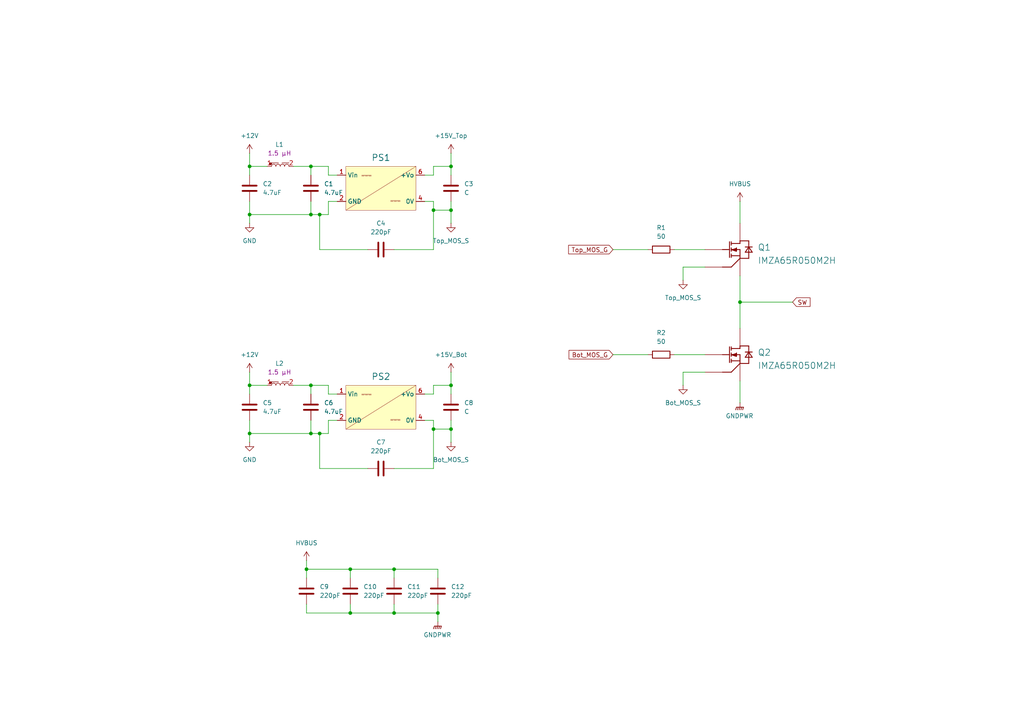
<source format=kicad_sch>
(kicad_sch (version 20250114) (generator "eeschema") (generator_version "9.0")
  (paper "A4")
  (lib_symbols
    (symbol "Device:C" (pin_numbers (hide yes)) (pin_names (offset 0.254))
      (property "Reference" "C" (at 0.635 2.54 0))
      (property "Value" "C" (at 0.635 -2.54 0))
      (symbol "C_0_1"
        (polyline (pts (xy -2.032 0.762) (xy 2.032 0.762)) (stroke (width 0.508)))
        (polyline (pts (xy -2.032 -0.762) (xy 2.032 -0.762)) (stroke (width 0.508)))
      )
      (symbol "C_1_1"
        (pin passive line (at 0 3.81 270) (length 2.794) (name "~") (number "1"))
        (pin passive line (at 0 -3.81 90) (length 2.794) (name "~") (number "2"))
      )
    )
    (symbol "Device:R" (pin_numbers (hide yes)) (pin_names (offset 0))
      (property "Reference" "R" (at 2.032 0 90))
      (property "Value" "R" (at 0 0 90))
      (symbol "R_0_1"
        (rectangle (start -1.016 -2.54) (end 1.016 2.54) (stroke (width 0.254)))
      )
      (symbol "R_1_1"
        (pin passive line (at 0 3.81 270) (length 1.27) (name "~") (number "1"))
        (pin passive line (at 0 -3.81 90) (length 1.27) (name "~") (number "2"))
      )
    )
    (symbol "Library-N2-MOSFETs:IMZA65R050M2H"
      (property "Reference" "Q?" (at 5.08 0 0))
      (property "Value" "IMZA65R050M2H" (at 5.588 -5.588 0))
      (symbol "IMZA65R050M2H_1_0"
        (polyline (pts (xy -5.08 0) (xy -3.048 0)) (stroke (width 0.254)))
        (polyline (pts (xy -3.048 2.286) (xy -3.048 -2.286)) (stroke (width 0.254)))
        (polyline (pts (xy -2.54 2.286) (xy -2.54 1.27)) (stroke (width 0.254)))
        (polyline (pts (xy -2.54 0) (xy -1.016 -0.508) (xy -1.016 0.508)) (stroke (width 0.254)) (fill (type outline)))
        (polyline (pts (xy -2.54 -0.508) (xy -2.54 0.508)) (stroke (width 0.254)))
        (polyline (pts (xy -2.54 -2.286) (xy -2.54 -1.27)) (stroke (width 0.254)))
        (polyline (pts (xy -2.54 -5.08) (xy -5.08 -5.08)) (stroke (width 0.254)))
        (polyline (pts (xy 0 2.54) (xy 2.54 2.54)) (stroke (width 0.254)))
        (polyline (pts (xy 0 1.778) (xy -2.54 1.778)) (stroke (width 0.254)))
        (polyline (pts (xy 0 1.778) (xy 0 2.54)) (stroke (width 0.254)))
        (polyline (pts (xy 0 0) (xy -2.54 0)) (stroke (width 0.254)))
        (polyline (pts (xy 0 0) (xy 0 -2.54)) (stroke (width 0.254)))
        (polyline (pts (xy 0 -1.778) (xy -2.54 -1.778)) (stroke (width 0.254)))
        (polyline (pts (xy 0 -2.54) (xy -2.54 -5.08)) (stroke (width 0.254)))
        (polyline (pts (xy 0 -2.54) (xy 2.54 -2.54)) (stroke (width 0.254)))
        (polyline (pts (xy 1.524 0.762) (xy 3.556 0.762)) (stroke (width 0.254)))
        (polyline (pts (xy 1.524 -0.762) (xy 3.556 -0.762)) (stroke (width 0.254)))
        (polyline (pts (xy 2.54 2.54) (xy 2.54 -2.54)) (stroke (width 0.254)))
        (polyline (pts (xy 2.54 0.762) (xy 1.524 -0.762)) (stroke (width 0.254)))
        (polyline (pts (xy 3.556 -0.762) (xy 2.54 0.762)) (stroke (width 0.254)))
        (pin passive line (at -10.16 0 0) (length 5.08) (name "GATE") (number "4"))
        (pin passive line (at -10.16 -5.08 0) (length 5.08) (name "SOURCE2") (number "3"))
        (pin passive line (at 0 7.62 270) (length 5.08) (name "DRAIN") (number "1"))
        (pin passive line (at 0 -7.62 90) (length 5.08) (name "SOURCE1") (number "2"))
      )
    )
    (symbol "Library-N3-DCDC-Converters:B1215LS-1WR3"
      (property "Reference" "PS?" (at -7.874 8.128 0))
      (symbol "B1215LS-1WR3_1_0"
        (rectangle (start -10.16 6.35) (end 10.16 -6.35) (stroke (width 0.0762) (color 128 0 0 1)) (fill (type background)))
        (polyline (pts (xy -5.588 3.81) (xy -2.794 3.81)) (stroke (width 0.0508)))
        (polyline (pts (xy -5.588 3.556) (xy -4.826 3.556)) (stroke (width 0.0508)))
        (polyline (pts (xy -4.572 3.556) (xy -3.81 3.556)) (stroke (width 0.0508)))
        (polyline (pts (xy -3.556 3.556) (xy -2.794 3.556)) (stroke (width 0.0508)))
        (polyline (pts (xy 2.794 -3.556) (xy 5.588 -3.556)) (stroke (width 0.0508)))
        (polyline (pts (xy 2.794 -3.81) (xy 3.556 -3.81)) (stroke (width 0.0508)))
        (polyline (pts (xy 3.81 -3.81) (xy 4.572 -3.81)) (stroke (width 0.0508)))
        (polyline (pts (xy 4.826 -3.81) (xy 5.588 -3.81)) (stroke (width 0.0508)))
        (polyline (pts (xy 10.16 6.35) (xy -10.16 -6.35)) (stroke (width 0.0508)))
        (pin power_in line (at -12.7 3.81 0) (length 2.54) (name "Vin") (number "1"))
        (pin power_out line (at -12.7 -3.81 0) (length 2.54) (name "GND") (number "2"))
        (pin power_out line (at 12.7 3.81 180) (length 2.54) (name "+Vo") (number "6"))
        (pin power_in line (at 12.7 -3.81 180) (length 2.54) (name "0V") (number "4"))
      )
    )
    (symbol "Library-N5-Passives:1030P_7447713015" (pin_names (hide yes))
      (property "Reference" "L?" (at 0 5.08 0))
      (property "Critical Parameter" "1.5 µH" (at 0 3.048 0))
      (symbol "1030P_7447713015_0_1"
        (polyline (pts (xy -2.54 1.016) (xy -0.508 1.016)))
        (arc (start -2.54 0) (mid -1.905 0.6323) (end -1.27 0))
        (arc (start -1.27 0) (mid -0.635 0.6323) (end 0 0))
        (arc (start 0 0) (mid 0.635 0.6323) (end 1.27 0))
        (arc (start 1.27 0) (mid 1.905 0.6323) (end 2.54 0))
      )
      (symbol "1030P_7447713015_1_1"
        (circle (center -2.794 0.762) (radius 0.0001) (stroke (width 0.381)))
        (polyline (pts (xy 2.54 1.016) (xy 0.508 1.016)))
        (pin passive line (at -3.81 0 0) (length 1.27) (name "1") (number "1"))
        (pin passive line (at 3.81 0 180) (length 1.27) (name "2") (number "2"))
      )
    )
    (symbol "power:+12V" (power) (pin_numbers (hide yes)) (pin_names (offset 0) (hide yes))
      (property "Value" "+12V" (at 0 3.556 0))
      (symbol "+12V_0_1"
        (polyline (pts (xy -0.762 1.27) (xy 0 2.54)))
        (polyline (pts (xy 0 2.54) (xy 0.762 1.27)))
        (polyline (pts (xy 0 0) (xy 0 2.54)))
      )
      (symbol "+12V_1_1"
        (pin power_in line (at 0 0 90) (length 0) (name "~") (number "1"))
      )
    )
    (symbol "power:+15V" (power) (pin_numbers (hide yes)) (pin_names (offset 0) (hide yes))
      (property "Value" "+15V" (at 0 3.556 0))
      (symbol "+15V_0_1"
        (polyline (pts (xy -0.762 1.27) (xy 0 2.54)))
        (polyline (pts (xy 0 2.54) (xy 0.762 1.27)))
        (polyline (pts (xy 0 0) (xy 0 2.54)))
      )
      (symbol "+15V_1_1"
        (pin power_in line (at 0 0 90) (length 0) (name "~") (number "1"))
      )
    )
    (symbol "power:GND" (power) (pin_numbers (hide yes)) (pin_names (offset 0) (hide yes))
      (property "Value" "GND" (at 0 -3.81 0))
      (symbol "GND_0_1"
        (polyline (pts (xy 0 0) (xy 0 -1.27) (xy 1.27 -1.27) (xy 0 -2.54) (xy -1.27 -1.27) (xy 0 -1.27)))
      )
      (symbol "GND_1_1"
        (pin power_in line (at 0 0 270) (length 0) (name "~") (number "1"))
      )
    )
    (symbol "power:GNDPWR" (power) (pin_numbers (hide yes)) (pin_names (offset 0) (hide yes))
      (property "Value" "GNDPWR" (at 0 -3.302 0))
      (symbol "GNDPWR_0_1"
        (polyline (pts (xy -1.016 -1.27) (xy -1.27 -2.032) (xy -1.27 -2.032)) (stroke (width 0.2032)))
        (polyline (pts (xy -0.508 -1.27) (xy -0.762 -2.032) (xy -0.762 -2.032)) (stroke (width 0.2032)))
        (polyline (pts (xy 0 -1.27) (xy 0 0)))
        (polyline (pts (xy 0 -1.27) (xy -0.254 -2.032) (xy -0.254 -2.032)) (stroke (width 0.2032)))
        (polyline (pts (xy 0.508 -1.27) (xy 0.254 -2.032) (xy 0.254 -2.032)) (stroke (width 0.2032)))
        (polyline (pts (xy 1.016 -1.27) (xy -1.016 -1.27) (xy -1.016 -1.27)) (stroke (width 0.2032)))
        (polyline (pts (xy 1.016 -1.27) (xy 0.762 -2.032) (xy 0.762 -2.032) (xy 0.762 -2.032)) (stroke (width 0.2032)))
      )
      (symbol "GNDPWR_1_1"
        (pin power_in line (at 0 0 270) (length 0) (name "~") (number "1"))
      )
    )
    (symbol "power:VBUS" (power) (pin_numbers (hide yes)) (pin_names (offset 0) (hide yes))
      (property "Value" "VBUS" (at 0 3.556 0))
      (symbol "VBUS_0_1"
        (polyline (pts (xy -0.762 1.27) (xy 0 2.54)))
        (polyline (pts (xy 0 2.54) (xy 0.762 1.27)))
        (polyline (pts (xy 0 0) (xy 0 2.54)))
      )
      (symbol "VBUS_1_1"
        (pin power_in line (at 0 0 90) (length 0) (name "~") (number "1"))
      )
    )
  )
  (junction (at 125.73 60.96))
  (junction (at 101.6 165.1))
  (junction (at 130.81 111.76))
  (junction (at 130.81 60.96))
  (junction (at 130.81 48.26))
  (junction (at 130.81 124.46))
  (junction (at 72.39 111.76))
  (junction (at 90.17 111.76))
  (junction (at 90.17 125.73))
  (junction (at 90.17 48.26))
  (junction (at 72.39 48.26))
  (junction (at 127 177.8))
  (junction (at 88.9 165.1))
  (junction (at 125.73 124.46))
  (junction (at 72.39 125.73))
  (junction (at 72.39 62.23))
  (junction (at 114.3 165.1))
  (junction (at 92.71 125.73))
  (junction (at 90.17 62.23))
  (junction (at 214.63 87.63))
  (junction (at 101.6 177.8))
  (junction (at 92.71 62.23))
  (junction (at 114.3 177.8))
  (wire (pts (xy 97.79 114.3) (xy 95.25 114.3)))
  (wire (pts (xy 77.47 48.26) (xy 72.39 48.26)))
  (wire (pts (xy 125.73 48.26) (xy 130.81 48.26)))
  (wire (pts (xy 125.73 135.89) (xy 125.73 124.46)))
  (wire (pts (xy 130.81 124.46) (xy 130.81 128.27)))
  (wire (pts (xy 198.12 107.95) (xy 204.47 107.95)))
  (wire (pts (xy 127 177.8) (xy 114.3 177.8)))
  (wire (pts (xy 130.81 111.76) (xy 130.81 114.3)))
  (wire (pts (xy 90.17 121.92) (xy 90.17 125.73)))
  (wire (pts (xy 130.81 124.46) (xy 130.81 121.92)))
  (wire (pts (xy 97.79 50.8) (xy 95.25 50.8)))
  (wire (pts (xy 77.47 111.76) (xy 72.39 111.76)))
  (wire (pts (xy 125.73 60.96) (xy 130.81 60.96)))
  (wire (pts (xy 125.73 50.8) (xy 125.73 48.26)))
  (wire (pts (xy 90.17 111.76) (xy 95.25 111.76)))
  (wire (pts (xy 114.3 165.1) (xy 114.3 167.64)))
  (wire (pts (xy 127 165.1) (xy 127 167.64)))
  (wire (pts (xy 90.17 111.76) (xy 90.17 114.3)))
  (wire (pts (xy 198.12 77.47) (xy 204.47 77.47)))
  (wire (pts (xy 95.25 50.8) (xy 95.25 48.26)))
  (wire (pts (xy 198.12 111.76) (xy 198.12 107.95)))
  (wire (pts (xy 123.19 114.3) (xy 125.73 114.3)))
  (wire (pts (xy 125.73 58.42) (xy 125.73 60.96)))
  (wire (pts (xy 72.39 125.73) (xy 72.39 121.92)))
  (wire (pts (xy 195.58 72.39) (xy 204.47 72.39)))
  (wire (pts (xy 88.9 165.1) (xy 101.6 165.1)))
  (wire (pts (xy 92.71 62.23) (xy 90.17 62.23)))
  (wire (pts (xy 214.63 58.42) (xy 214.63 64.77)))
  (wire (pts (xy 72.39 107.95) (xy 72.39 111.76)))
  (wire (pts (xy 195.58 102.87) (xy 204.47 102.87)))
  (wire (pts (xy 130.81 60.96) (xy 130.81 64.77)))
  (wire (pts (xy 95.25 114.3) (xy 95.25 111.76)))
  (wire (pts (xy 72.39 111.76) (xy 72.39 114.3)))
  (wire (pts (xy 90.17 62.23) (xy 72.39 62.23)))
  (wire (pts (xy 125.73 111.76) (xy 130.81 111.76)))
  (wire (pts (xy 90.17 58.42) (xy 90.17 62.23)))
  (wire (pts (xy 114.3 175.26) (xy 114.3 177.8)))
  (wire (pts (xy 95.25 62.23) (xy 92.71 62.23)))
  (wire (pts (xy 92.71 72.39) (xy 92.71 62.23)))
  (wire (pts (xy 90.17 48.26) (xy 95.25 48.26)))
  (wire (pts (xy 72.39 62.23) (xy 72.39 58.42)))
  (wire (pts (xy 95.25 121.92) (xy 95.25 125.73)))
  (wire (pts (xy 127 175.26) (xy 127 177.8)))
  (wire (pts (xy 85.09 111.76) (xy 90.17 111.76)))
  (wire (pts (xy 72.39 44.45) (xy 72.39 48.26)))
  (wire (pts (xy 72.39 62.23) (xy 72.39 64.77)))
  (wire (pts (xy 114.3 165.1) (xy 127 165.1)))
  (wire (pts (xy 72.39 48.26) (xy 72.39 50.8)))
  (wire (pts (xy 106.68 72.39) (xy 92.71 72.39)))
  (wire (pts (xy 88.9 177.8) (xy 88.9 175.26)))
  (wire (pts (xy 90.17 48.26) (xy 90.17 50.8)))
  (wire (pts (xy 95.25 58.42) (xy 95.25 62.23)))
  (wire (pts (xy 123.19 50.8) (xy 125.73 50.8)))
  (wire (pts (xy 106.68 135.89) (xy 92.71 135.89)))
  (wire (pts (xy 97.79 58.42) (xy 95.25 58.42)))
  (wire (pts (xy 125.73 121.92) (xy 125.73 124.46)))
  (wire (pts (xy 114.3 135.89) (xy 125.73 135.89)))
  (wire (pts (xy 97.79 121.92) (xy 95.25 121.92)))
  (wire (pts (xy 177.8 102.87) (xy 187.96 102.87)))
  (wire (pts (xy 127 180.34) (xy 127 177.8)))
  (wire (pts (xy 114.3 72.39) (xy 125.73 72.39)))
  (wire (pts (xy 92.71 135.89) (xy 92.71 125.73)))
  (wire (pts (xy 125.73 72.39) (xy 125.73 60.96)))
  (wire (pts (xy 101.6 165.1) (xy 101.6 167.64)))
  (wire (pts (xy 90.17 125.73) (xy 72.39 125.73)))
  (wire (pts (xy 72.39 125.73) (xy 72.39 128.27)))
  (wire (pts (xy 125.73 124.46) (xy 130.81 124.46)))
  (wire (pts (xy 198.12 81.28) (xy 198.12 77.47)))
  (wire (pts (xy 101.6 165.1) (xy 114.3 165.1)))
  (wire (pts (xy 123.19 121.92) (xy 125.73 121.92)))
  (wire (pts (xy 130.81 48.26) (xy 130.81 44.45)))
  (wire (pts (xy 130.81 111.76) (xy 130.81 107.95)))
  (wire (pts (xy 101.6 177.8) (xy 88.9 177.8)))
  (wire (pts (xy 214.63 110.49) (xy 214.63 116.84)))
  (wire (pts (xy 125.73 114.3) (xy 125.73 111.76)))
  (wire (pts (xy 177.8 72.39) (xy 187.96 72.39)))
  (wire (pts (xy 88.9 165.1) (xy 88.9 167.64)))
  (wire (pts (xy 101.6 175.26) (xy 101.6 177.8)))
  (wire (pts (xy 85.09 48.26) (xy 90.17 48.26)))
  (wire (pts (xy 229.87 87.63) (xy 214.63 87.63)))
  (wire (pts (xy 130.81 60.96) (xy 130.81 58.42)))
  (wire (pts (xy 88.9 162.56) (xy 88.9 165.1)))
  (wire (pts (xy 92.71 125.73) (xy 90.17 125.73)))
  (wire (pts (xy 123.19 58.42) (xy 125.73 58.42)))
  (wire (pts (xy 214.63 87.63) (xy 214.63 95.25)))
  (wire (pts (xy 130.81 48.26) (xy 130.81 50.8)))
  (wire (pts (xy 114.3 177.8) (xy 101.6 177.8)))
  (wire (pts (xy 95.25 125.73) (xy 92.71 125.73)))
  (wire (pts (xy 214.63 80.01) (xy 214.63 87.63)))
  (global_label "Bot_MOS_G" (shape input) (at 177.8 102.87 180) (property "Intersheetrefs" "${INTERSHEET_REFS}" (effects (hide yes))))
  (global_label "Top_MOS_G" (shape input) (at 177.8 72.39 180) (property "Intersheetrefs" "${INTERSHEET_REFS}" (effects (hide yes))))
  (global_label "SW" (shape input) (at 229.87 87.63 0) (property "Intersheetrefs" "${INTERSHEET_REFS}" (effects (hide yes))))
  (symbol (lib_id "power:+15V") (at 130.81 44.45 0) (unit 1)
    (property "Reference" "#PWR03" (effects (hide yes)))
    (property "Value" "+15V_Top" (at 130.81 39.37 0))
    (property "Description" "Power symbol creates a global label with name \"+15V\"" (effects (hide yes)))
  )
  (symbol (lib_id "power:GND") (at 198.12 81.28 0) (unit 1)
    (property "Reference" "#PWR013" (effects (hide yes)))
    (property "Value" "Top_MOS_S" (at 198.12 86.36 0))
    (property "Description" "Power symbol creates a global label with name \"GND\" , ground" (effects (hide yes)))
  )
  (symbol (lib_id "power:GNDPWR") (at 214.63 116.84 0) (unit 1)
    (property "Reference" "#PWR010" (effects (hide yes)))
    (property "Value" "GNDPWR" (at 214.503 120.65 0))
    (property "Description" "Power symbol creates a global label with name \"GNDPWR\" , global ground" (effects (hide yes)))
  )
  (symbol (lib_id "Library-N3-DCDC-Converters:B1215LS-1WR3") (at 110.49 54.61 0) (unit 1)
    (property "Reference" "PS1" (at 110.49 45.72 0) (effects (font (size 1.8288 1.8288))))
    (property "Value" "B1215LS-1WR3" (effects (hide yes)))
    (property "Footprint" "DCDC-converters:B_LS-1WR3" (effects (hide yes)))
  )
  (symbol (lib_id "Device:C") (at 90.17 54.61 0) (unit 1)
    (property "Reference" "C1" (at 93.98 53.3399 0) (effects (justify left)))
    (property "Value" "4.7uF" (at 93.98 55.8799 0) (effects (justify left)))
    (property "Footprint" "Capacitor_SMD:C_0805_2012Metric" (effects (hide yes)))
    (property "Description" "Unpolarized capacitor" (effects (hide yes)))
  )
  (symbol (lib_id "power:GND") (at 72.39 128.27 0) (unit 1)
    (property "Reference" "#PWR06" (effects (hide yes)))
    (property "Value" "GND" (at 72.39 133.35 0))
    (property "Description" "Power symbol creates a global label with name \"GND\" , ground" (effects (hide yes)))
  )
  (symbol (lib_id "Device:R") (at 191.77 102.87 90) (unit 1)
    (property "Reference" "R2" (at 191.77 96.52 90))
    (property "Value" "50" (at 191.77 99.06 90))
    (property "Footprint" "Resistor_SMD:R_0805_2012Metric" (effects (hide yes)))
    (property "Description" "Resistor" (effects (hide yes)))
  )
  (symbol (lib_id "Device:C") (at 110.49 72.39 90) (unit 1)
    (property "Reference" "C4" (at 110.49 64.77 90))
    (property "Value" "220pF" (at 110.49 67.31 90))
    (property "Footprint" "Capacitor_SMD:C_1210_3225Metric" (effects (hide yes)))
    (property "Description" "Unpolarized capacitor" (effects (hide yes)))
  )
  (symbol (lib_id "Device:C") (at 130.81 54.61 0) (unit 1)
    (property "Reference" "C3" (at 134.62 53.3399 0) (effects (justify left)))
    (property "Value" "C" (at 134.62 55.8799 0) (effects (justify left)))
    (property "Footprint" "Capacitor_SMD:C_0805_2012Metric" (effects (hide yes)))
    (property "Description" "Unpolarized capacitor" (effects (hide yes)))
  )
  (symbol (lib_id "Device:C") (at 127 171.45 180) (unit 1)
    (property "Reference" "C12" (at 130.81 170.1799 0) (effects (justify right)))
    (property "Value" "220pF" (at 130.81 172.7199 0) (effects (justify right)))
    (property "Footprint" "Capacitor_SMD:C_1210_3225Metric" (effects (hide yes)))
    (property "Description" "Unpolarized capacitor" (effects (hide yes)))
  )
  (symbol (lib_id "Device:C") (at 110.49 135.89 90) (unit 1)
    (property "Reference" "C7" (at 110.49 128.27 90))
    (property "Value" "220pF" (at 110.49 130.81 90))
    (property "Footprint" "Capacitor_SMD:C_1210_3225Metric" (effects (hide yes)))
    (property "Description" "Unpolarized capacitor" (effects (hide yes)))
  )
  (symbol (lib_id "power:GND") (at 72.39 64.77 0) (unit 1)
    (property "Reference" "#PWR01" (effects (hide yes)))
    (property "Value" "GND" (at 72.39 69.85 0))
    (property "Description" "Power symbol creates a global label with name \"GND\" , ground" (effects (hide yes)))
  )
  (symbol (lib_id "Library-N5-Passives:1030P_7447713015") (at 81.28 48.26 0) (unit 1)
    (property "Reference" "L1" (at 81.0577 41.91 0))
    (property "Value" "1030P_7447713015" (effects (hide yes)))
    (property "Footprint" "Passives:L_Wurth_WE-PD-6033R" (effects (hide yes)))
    (property "Datasheet" "https://www.we-online.com/catalog/datasheet/7447713015.pdf?ki" (effects (hide yes)))
    (property "Description" "SMT Power Inductor" (effects (hide yes)))
    (property "Manufacturer" "Wurth Elektronik" (effects (hide yes)))
    (property "Manufacturer URL" "https://www.we-online.com" (effects (hide yes)))
    (property "Published Date" "20250527" (effects (hide yes)))
    (property "Match Code" "WE-PD" (effects (hide yes)))
    (property "Part Number" "7447713015" (effects (hide yes)))
    (property "Size" "1030P" (effects (hide yes)))
    (property "Mounting Technology" "SMT" (effects (hide yes)))
    (property "L (µH)" "1.5" (effects (hide yes)))
    (property "IRP,40K (A)" "–" (effects (hide yes)))
    (property "ISAT (A)" "9.5" (effects (hide yes)))
    (property "RDC max. (mΩ)" "16.0" (effects (hide yes)))
    (property "fres (MHz)" "75.0" (effects (hide yes)))
    (property "Version" "Performance" (effects (hide yes)))
    (property "Critical Parameter" "1.5 µH" (at 81.0577 44.45 0))
  )
  (symbol (lib_id "Device:R") (at 191.77 72.39 90) (unit 1)
    (property "Reference" "R1" (at 191.77 66.04 90))
    (property "Value" "50" (at 191.77 68.58 90))
    (property "Footprint" "Resistor_SMD:R_0805_2012Metric" (effects (hide yes)))
    (property "Description" "Resistor" (effects (hide yes)))
  )
  (symbol (lib_id "power:GND") (at 130.81 64.77 0) (unit 1)
    (property "Reference" "#PWR04" (effects (hide yes)))
    (property "Value" "Top_MOS_S" (at 130.81 69.85 0))
    (property "Description" "Power symbol creates a global label with name \"GND\" , ground" (effects (hide yes)))
  )
  (symbol (lib_id "Library-N2-MOSFETs:IMZA65R050M2H") (at 214.63 102.87 0) (unit 1)
    (property "Reference" "Q2" (at 219.71 102.2349 0) (effects (font (size 1.8288 1.8288)) (justify left)))
    (property "Value" "IMZA65R050M2H" (at 219.71 106.0449 0) (effects (font (size 1.8288 1.8288)) (justify left)))
    (property "Footprint" "mosfets:TO247-4-Horizontal" (effects (hide yes)))
    (property "Description" "Insulated-Gate Field-Effect Transistor (IGFET), N-Channel, Enhancement, Body Diode, Pin 1 Drain, 2 Power Source,  3 Driver Source, 4 Gate, 4 Pins" (effects (hide yes)))
  )
  (symbol (lib_id "power:+15V") (at 130.81 107.95 0) (unit 1)
    (property "Reference" "#PWR07" (effects (hide yes)))
    (property "Value" "+15V_Bot" (at 130.81 102.87 0))
    (property "Description" "Power symbol creates a global label with name \"+15V\"" (effects (hide yes)))
  )
  (symbol (lib_id "power:GND") (at 130.81 128.27 0) (unit 1)
    (property "Reference" "#PWR08" (effects (hide yes)))
    (property "Value" "Bot_MOS_S" (at 130.81 133.35 0))
    (property "Description" "Power symbol creates a global label with name \"GND\" , ground" (effects (hide yes)))
  )
  (symbol (lib_id "power:VBUS") (at 214.63 58.42 0) (unit 1)
    (property "Reference" "#PWR09" (effects (hide yes)))
    (property "Value" "HVBUS" (at 214.63 53.34 0))
    (property "Description" "Power symbol creates a global label with name \"VBUS\"" (effects (hide yes)))
  )
  (symbol (lib_id "Device:C") (at 101.6 171.45 180) (unit 1)
    (property "Reference" "C10" (at 105.41 170.1799 0) (effects (justify right)))
    (property "Value" "220pF" (at 105.41 172.7199 0) (effects (justify right)))
    (property "Footprint" "Capacitor_SMD:C_1210_3225Metric" (effects (hide yes)))
    (property "Description" "Unpolarized capacitor" (effects (hide yes)))
  )
  (symbol (lib_id "power:+12V") (at 72.39 107.95 0) (unit 1)
    (property "Reference" "#PWR05" (effects (hide yes)))
    (property "Value" "+12V" (at 72.39 102.87 0))
    (property "Description" "Power symbol creates a global label with name \"+12V\"" (effects (hide yes)))
  )
  (symbol (lib_id "power:GND") (at 198.12 111.76 0) (unit 1)
    (property "Reference" "#PWR014" (effects (hide yes)))
    (property "Value" "Bot_MOS_S" (at 198.12 116.84 0))
    (property "Description" "Power symbol creates a global label with name \"GND\" , ground" (effects (hide yes)))
  )
  (symbol (lib_id "Device:C") (at 88.9 171.45 180) (unit 1)
    (property "Reference" "C9" (at 92.71 170.1799 0) (effects (justify right)))
    (property "Value" "220pF" (at 92.71 172.7199 0) (effects (justify right)))
    (property "Footprint" "Capacitor_SMD:C_1210_3225Metric" (effects (hide yes)))
    (property "Description" "Unpolarized capacitor" (effects (hide yes)))
  )
  (symbol (lib_id "Device:C") (at 90.17 118.11 0) (unit 1)
    (property "Reference" "C6" (at 93.98 116.8399 0) (effects (justify left)))
    (property "Value" "4.7uF" (at 93.98 119.3799 0) (effects (justify left)))
    (property "Footprint" "Capacitor_SMD:C_0805_2012Metric" (effects (hide yes)))
    (property "Description" "Unpolarized capacitor" (effects (hide yes)))
  )
  (symbol (lib_id "Device:C") (at 114.3 171.45 180) (unit 1)
    (property "Reference" "C11" (at 118.11 170.1799 0) (effects (justify right)))
    (property "Value" "220pF" (at 118.11 172.7199 0) (effects (justify right)))
    (property "Footprint" "Capacitor_SMD:C_1210_3225Metric" (effects (hide yes)))
    (property "Description" "Unpolarized capacitor" (effects (hide yes)))
  )
  (symbol (lib_id "Device:C") (at 72.39 54.61 0) (unit 1)
    (property "Reference" "C2" (at 76.2 53.3399 0) (effects (justify left)))
    (property "Value" "4.7uF" (at 76.2 55.8799 0) (effects (justify left)))
    (property "Footprint" "Capacitor_SMD:C_0805_2012Metric" (effects (hide yes)))
    (property "Description" "Unpolarized capacitor" (effects (hide yes)))
  )
  (symbol (lib_id "power:GNDPWR") (at 127 180.34 0) (unit 1)
    (property "Reference" "#PWR012" (effects (hide yes)))
    (property "Value" "GNDPWR" (at 126.873 184.15 0))
    (property "Description" "Power symbol creates a global label with name \"GNDPWR\" , global ground" (effects (hide yes)))
  )
  (symbol (lib_id "Device:C") (at 72.39 118.11 0) (unit 1)
    (property "Reference" "C5" (at 76.2 116.8399 0) (effects (justify left)))
    (property "Value" "4.7uF" (at 76.2 119.3799 0) (effects (justify left)))
    (property "Footprint" "Capacitor_SMD:C_0805_2012Metric" (effects (hide yes)))
    (property "Description" "Unpolarized capacitor" (effects (hide yes)))
  )
  (symbol (lib_id "power:VBUS") (at 88.9 162.56 0) (unit 1)
    (property "Reference" "#PWR011" (effects (hide yes)))
    (property "Value" "HVBUS" (at 88.9 157.48 0))
    (property "Description" "Power symbol creates a global label with name \"VBUS\"" (effects (hide yes)))
  )
  (symbol (lib_id "Device:C") (at 130.81 118.11 0) (unit 1)
    (property "Reference" "C8" (at 134.62 116.8399 0) (effects (justify left)))
    (property "Value" "C" (at 134.62 119.3799 0) (effects (justify left)))
    (property "Footprint" "Capacitor_SMD:C_0805_2012Metric" (effects (hide yes)))
    (property "Description" "Unpolarized capacitor" (effects (hide yes)))
  )
  (symbol (lib_id "power:+12V") (at 72.39 44.45 0) (unit 1)
    (property "Reference" "#PWR02" (effects (hide yes)))
    (property "Value" "+12V" (at 72.39 39.37 0))
    (property "Description" "Power symbol creates a global label with name \"+12V\"" (effects (hide yes)))
  )
  (symbol (lib_id "Library-N3-DCDC-Converters:B1215LS-1WR3") (at 110.49 118.11 0) (unit 1)
    (property "Reference" "PS2" (at 110.49 109.22 0) (effects (font (size 1.8288 1.8288))))
    (property "Value" "B1215LS-1WR3" (effects (hide yes)))
    (property "Footprint" "DCDC-converters:B_LS-1WR3" (effects (hide yes)))
  )
  (symbol (lib_id "Library-N5-Passives:1030P_7447713015") (at 81.28 111.76 0) (unit 1)
    (property "Reference" "L2" (at 81.0577 105.41 0))
    (property "Value" "1030P_7447713015" (effects (hide yes)))
    (property "Footprint" "Passives:L_Wurth_WE-PD-6033R" (effects (hide yes)))
    (property "Datasheet" "https://www.we-online.com/catalog/datasheet/7447713015.pdf?ki" (effects (hide yes)))
    (property "Description" "SMT Power Inductor" (effects (hide yes)))
    (property "Manufacturer" "Wurth Elektronik" (effects (hide yes)))
    (property "Manufacturer URL" "https://www.we-online.com" (effects (hide yes)))
    (property "Published Date" "20250527" (effects (hide yes)))
    (property "Match Code" "WE-PD" (effects (hide yes)))
    (property "Part Number" "7447713015" (effects (hide yes)))
    (property "Size" "1030P" (effects (hide yes)))
    (property "Mounting Technology" "SMT" (effects (hide yes)))
    (property "L (µH)" "1.5" (effects (hide yes)))
    (property "IRP,40K (A)" "–" (effects (hide yes)))
    (property "ISAT (A)" "9.5" (effects (hide yes)))
    (property "RDC max. (mΩ)" "16.0" (effects (hide yes)))
    (property "fres (MHz)" "75.0" (effects (hide yes)))
    (property "Version" "Performance" (effects (hide yes)))
    (property "Critical Parameter" "1.5 µH" (at 81.0577 107.95 0))
  )
  (symbol (lib_id "Library-N2-MOSFETs:IMZA65R050M2H") (at 214.63 72.39 0) (unit 1)
    (property "Reference" "Q1" (at 219.71 71.7549 0) (effects (font (size 1.8288 1.8288)) (justify left)))
    (property "Value" "IMZA65R050M2H" (at 219.71 75.5649 0) (effects (font (size 1.8288 1.8288)) (justify left)))
    (property "Footprint" "mosfets:TO247-4-Horizontal" (effects (hide yes)))
    (property "Description" "Insulated-Gate Field-Effect Transistor (IGFET), N-Channel, Enhancement, Body Diode, Pin 1 Drain, 2 Power Source,  3 Driver Source, 4 Gate, 4 Pins" (effects (hide yes)))
  )
)
</source>
